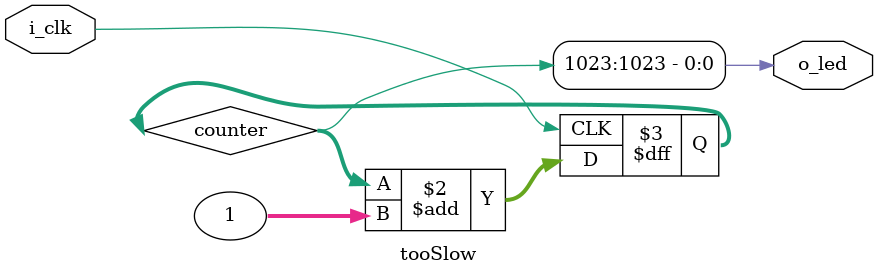
<source format=v>
`timescale 1ns / 1ps

`default_nettype	none

module tooSlow( i_clk, o_led ) ;
	input wire i_clk ;
	output wire o_led ;

	parameter NBITS = 1024 ;
	reg [NBITS-1:0] counter ;

	always @( posedge i_clk ) begin
		counter <= counter + 1 ;
	end

	assign o_led = counter[NBITS-1] ;
endmodule

</source>
